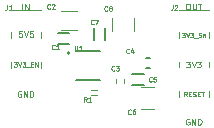
<source format=gbr>
G04 #@! TF.GenerationSoftware,KiCad,Pcbnew,(5.1.5)-3*
G04 #@! TF.CreationDate,2020-05-29T15:05:33+09:00*
G04 #@! TF.ProjectId,FMU3_Power_make,464d5533-5f50-46f7-9765-725f6d616b65,rev?*
G04 #@! TF.SameCoordinates,Original*
G04 #@! TF.FileFunction,Legend,Top*
G04 #@! TF.FilePolarity,Positive*
%FSLAX46Y46*%
G04 Gerber Fmt 4.6, Leading zero omitted, Abs format (unit mm)*
G04 Created by KiCad (PCBNEW (5.1.5)-3) date 2020-05-29 15:05:33*
%MOMM*%
%LPD*%
G04 APERTURE LIST*
%ADD10C,0.050000*%
%ADD11C,0.127000*%
%ADD12C,0.120000*%
%ADD13C,0.200000*%
G04 APERTURE END LIST*
D10*
X116970000Y-49566190D02*
X117065238Y-49566190D01*
X117112857Y-49590000D01*
X117160476Y-49637619D01*
X117184285Y-49732857D01*
X117184285Y-49899523D01*
X117160476Y-49994761D01*
X117112857Y-50042380D01*
X117065238Y-50066190D01*
X116970000Y-50066190D01*
X116922380Y-50042380D01*
X116874761Y-49994761D01*
X116850952Y-49899523D01*
X116850952Y-49732857D01*
X116874761Y-49637619D01*
X116922380Y-49590000D01*
X116970000Y-49566190D01*
X117398571Y-49566190D02*
X117398571Y-49970952D01*
X117422380Y-50018571D01*
X117446190Y-50042380D01*
X117493809Y-50066190D01*
X117589047Y-50066190D01*
X117636666Y-50042380D01*
X117660476Y-50018571D01*
X117684285Y-49970952D01*
X117684285Y-49566190D01*
X117850952Y-49566190D02*
X118136666Y-49566190D01*
X117993809Y-50066190D02*
X117993809Y-49566190D01*
X102988095Y-50076190D02*
X102988095Y-49576190D01*
X103226190Y-50076190D02*
X103226190Y-49576190D01*
X103511904Y-50076190D01*
X103511904Y-49576190D01*
X117119047Y-59340000D02*
X117071428Y-59316190D01*
X117000000Y-59316190D01*
X116928571Y-59340000D01*
X116880952Y-59387619D01*
X116857142Y-59435238D01*
X116833333Y-59530476D01*
X116833333Y-59601904D01*
X116857142Y-59697142D01*
X116880952Y-59744761D01*
X116928571Y-59792380D01*
X117000000Y-59816190D01*
X117047619Y-59816190D01*
X117119047Y-59792380D01*
X117142857Y-59768571D01*
X117142857Y-59601904D01*
X117047619Y-59601904D01*
X117357142Y-59816190D02*
X117357142Y-59316190D01*
X117642857Y-59816190D01*
X117642857Y-59316190D01*
X117880952Y-59816190D02*
X117880952Y-59316190D01*
X118000000Y-59316190D01*
X118071428Y-59340000D01*
X118119047Y-59387619D01*
X118142857Y-59435238D01*
X118166666Y-59530476D01*
X118166666Y-59601904D01*
X118142857Y-59697142D01*
X118119047Y-59744761D01*
X118071428Y-59792380D01*
X118000000Y-59816190D01*
X117880952Y-59816190D01*
X102869047Y-57000000D02*
X102821428Y-56976190D01*
X102750000Y-56976190D01*
X102678571Y-57000000D01*
X102630952Y-57047619D01*
X102607142Y-57095238D01*
X102583333Y-57190476D01*
X102583333Y-57261904D01*
X102607142Y-57357142D01*
X102630952Y-57404761D01*
X102678571Y-57452380D01*
X102750000Y-57476190D01*
X102797619Y-57476190D01*
X102869047Y-57452380D01*
X102892857Y-57428571D01*
X102892857Y-57261904D01*
X102797619Y-57261904D01*
X103107142Y-57476190D02*
X103107142Y-56976190D01*
X103392857Y-57476190D01*
X103392857Y-56976190D01*
X103630952Y-57476190D02*
X103630952Y-56976190D01*
X103750000Y-56976190D01*
X103821428Y-57000000D01*
X103869047Y-57047619D01*
X103892857Y-57095238D01*
X103916666Y-57190476D01*
X103916666Y-57261904D01*
X103892857Y-57357142D01*
X103869047Y-57404761D01*
X103821428Y-57452380D01*
X103750000Y-57476190D01*
X103630952Y-57476190D01*
X102281904Y-54520952D02*
X102529523Y-54520952D01*
X102396190Y-54673333D01*
X102453333Y-54673333D01*
X102491428Y-54692380D01*
X102510476Y-54711428D01*
X102529523Y-54749523D01*
X102529523Y-54844761D01*
X102510476Y-54882857D01*
X102491428Y-54901904D01*
X102453333Y-54920952D01*
X102339047Y-54920952D01*
X102300952Y-54901904D01*
X102281904Y-54882857D01*
X102643809Y-54520952D02*
X102777142Y-54920952D01*
X102910476Y-54520952D01*
X103005714Y-54520952D02*
X103253333Y-54520952D01*
X103120000Y-54673333D01*
X103177142Y-54673333D01*
X103215238Y-54692380D01*
X103234285Y-54711428D01*
X103253333Y-54749523D01*
X103253333Y-54844761D01*
X103234285Y-54882857D01*
X103215238Y-54901904D01*
X103177142Y-54920952D01*
X103062857Y-54920952D01*
X103024761Y-54901904D01*
X103005714Y-54882857D01*
X103329523Y-54959047D02*
X103634285Y-54959047D01*
X103729523Y-54711428D02*
X103862857Y-54711428D01*
X103920000Y-54920952D02*
X103729523Y-54920952D01*
X103729523Y-54520952D01*
X103920000Y-54520952D01*
X104091428Y-54920952D02*
X104091428Y-54520952D01*
X104320000Y-54920952D01*
X104320000Y-54520952D01*
X102966666Y-51896190D02*
X102728571Y-51896190D01*
X102704761Y-52134285D01*
X102728571Y-52110476D01*
X102776190Y-52086666D01*
X102895238Y-52086666D01*
X102942857Y-52110476D01*
X102966666Y-52134285D01*
X102990476Y-52181904D01*
X102990476Y-52300952D01*
X102966666Y-52348571D01*
X102942857Y-52372380D01*
X102895238Y-52396190D01*
X102776190Y-52396190D01*
X102728571Y-52372380D01*
X102704761Y-52348571D01*
X103133333Y-51896190D02*
X103300000Y-52396190D01*
X103466666Y-51896190D01*
X103871428Y-51896190D02*
X103633333Y-51896190D01*
X103609523Y-52134285D01*
X103633333Y-52110476D01*
X103680952Y-52086666D01*
X103800000Y-52086666D01*
X103847619Y-52110476D01*
X103871428Y-52134285D01*
X103895238Y-52181904D01*
X103895238Y-52300952D01*
X103871428Y-52348571D01*
X103847619Y-52372380D01*
X103800000Y-52396190D01*
X103680952Y-52396190D01*
X103633333Y-52372380D01*
X103609523Y-52348571D01*
X116919047Y-57430952D02*
X116785714Y-57240476D01*
X116690476Y-57430952D02*
X116690476Y-57030952D01*
X116842857Y-57030952D01*
X116880952Y-57050000D01*
X116900000Y-57069047D01*
X116919047Y-57107142D01*
X116919047Y-57164285D01*
X116900000Y-57202380D01*
X116880952Y-57221428D01*
X116842857Y-57240476D01*
X116690476Y-57240476D01*
X117090476Y-57221428D02*
X117223809Y-57221428D01*
X117280952Y-57430952D02*
X117090476Y-57430952D01*
X117090476Y-57030952D01*
X117280952Y-57030952D01*
X117433333Y-57411904D02*
X117490476Y-57430952D01*
X117585714Y-57430952D01*
X117623809Y-57411904D01*
X117642857Y-57392857D01*
X117661904Y-57354761D01*
X117661904Y-57316666D01*
X117642857Y-57278571D01*
X117623809Y-57259523D01*
X117585714Y-57240476D01*
X117509523Y-57221428D01*
X117471428Y-57202380D01*
X117452380Y-57183333D01*
X117433333Y-57145238D01*
X117433333Y-57107142D01*
X117452380Y-57069047D01*
X117471428Y-57050000D01*
X117509523Y-57030952D01*
X117604761Y-57030952D01*
X117661904Y-57050000D01*
X117833333Y-57221428D02*
X117966666Y-57221428D01*
X118023809Y-57430952D02*
X117833333Y-57430952D01*
X117833333Y-57030952D01*
X118023809Y-57030952D01*
X118138095Y-57030952D02*
X118366666Y-57030952D01*
X118252380Y-57430952D02*
X118252380Y-57030952D01*
X116880952Y-54476190D02*
X117190476Y-54476190D01*
X117023809Y-54666666D01*
X117095238Y-54666666D01*
X117142857Y-54690476D01*
X117166666Y-54714285D01*
X117190476Y-54761904D01*
X117190476Y-54880952D01*
X117166666Y-54928571D01*
X117142857Y-54952380D01*
X117095238Y-54976190D01*
X116952380Y-54976190D01*
X116904761Y-54952380D01*
X116880952Y-54928571D01*
X117333333Y-54476190D02*
X117500000Y-54976190D01*
X117666666Y-54476190D01*
X117785714Y-54476190D02*
X118095238Y-54476190D01*
X117928571Y-54666666D01*
X118000000Y-54666666D01*
X118047619Y-54690476D01*
X118071428Y-54714285D01*
X118095238Y-54761904D01*
X118095238Y-54880952D01*
X118071428Y-54928571D01*
X118047619Y-54952380D01*
X118000000Y-54976190D01*
X117857142Y-54976190D01*
X117809523Y-54952380D01*
X117785714Y-54928571D01*
X116480952Y-52030952D02*
X116728571Y-52030952D01*
X116595238Y-52183333D01*
X116652380Y-52183333D01*
X116690476Y-52202380D01*
X116709523Y-52221428D01*
X116728571Y-52259523D01*
X116728571Y-52354761D01*
X116709523Y-52392857D01*
X116690476Y-52411904D01*
X116652380Y-52430952D01*
X116538095Y-52430952D01*
X116500000Y-52411904D01*
X116480952Y-52392857D01*
X116842857Y-52030952D02*
X116976190Y-52430952D01*
X117109523Y-52030952D01*
X117204761Y-52030952D02*
X117452380Y-52030952D01*
X117319047Y-52183333D01*
X117376190Y-52183333D01*
X117414285Y-52202380D01*
X117433333Y-52221428D01*
X117452380Y-52259523D01*
X117452380Y-52354761D01*
X117433333Y-52392857D01*
X117414285Y-52411904D01*
X117376190Y-52430952D01*
X117261904Y-52430952D01*
X117223809Y-52411904D01*
X117204761Y-52392857D01*
X117528571Y-52469047D02*
X117833333Y-52469047D01*
X117909523Y-52411904D02*
X117966666Y-52430952D01*
X118061904Y-52430952D01*
X118100000Y-52411904D01*
X118119047Y-52392857D01*
X118138095Y-52354761D01*
X118138095Y-52316666D01*
X118119047Y-52278571D01*
X118100000Y-52259523D01*
X118061904Y-52240476D01*
X117985714Y-52221428D01*
X117947619Y-52202380D01*
X117928571Y-52183333D01*
X117909523Y-52145238D01*
X117909523Y-52107142D01*
X117928571Y-52069047D01*
X117947619Y-52050000D01*
X117985714Y-52030952D01*
X118080952Y-52030952D01*
X118138095Y-52050000D01*
X118309523Y-52164285D02*
X118309523Y-52430952D01*
X118309523Y-52202380D02*
X118328571Y-52183333D01*
X118366666Y-52164285D01*
X118423809Y-52164285D01*
X118461904Y-52183333D01*
X118480952Y-52221428D01*
X118480952Y-52430952D01*
D11*
X109990000Y-52640000D02*
X109990000Y-51640000D01*
X109030000Y-51640000D02*
X109030000Y-52640000D01*
D10*
X109340000Y-57280000D02*
X108840000Y-57280000D01*
X108840000Y-56880000D02*
X109340000Y-56880000D01*
D11*
X113310000Y-55500000D02*
X112310000Y-55500000D01*
X112310000Y-56460000D02*
X113310000Y-56460000D01*
D12*
X118780000Y-54470000D02*
X118780000Y-54970000D01*
X116280000Y-51970000D02*
X116280000Y-52470000D01*
X116280000Y-50120000D02*
X118780000Y-50120000D01*
X116280000Y-54470000D02*
X116280000Y-54970000D01*
X118780000Y-56970000D02*
X118780000Y-57470000D01*
X116280000Y-56970000D02*
X116280000Y-57470000D01*
X118780000Y-51970000D02*
X118780000Y-52470000D01*
D11*
X105980000Y-52990000D02*
X106980000Y-52990000D01*
X106980000Y-52030000D02*
X105980000Y-52030000D01*
D12*
X106260000Y-51780000D02*
X107585000Y-51780000D01*
X106285000Y-50180000D02*
X107585000Y-50180000D01*
X110900000Y-55910000D02*
X110900000Y-56310000D01*
X111600000Y-55910000D02*
X111600000Y-56310000D01*
D11*
X113490000Y-55040000D02*
X113790000Y-55040000D01*
X113490000Y-54140000D02*
X113790000Y-54140000D01*
D12*
X113070000Y-56660000D02*
X114170000Y-56660000D01*
X114170000Y-58460000D02*
X113070000Y-58460000D01*
X112400000Y-50800000D02*
X112400000Y-51900000D01*
X110600000Y-51900000D02*
X110600000Y-50800000D01*
X104530000Y-54490000D02*
X104530000Y-54990000D01*
X102030000Y-51990000D02*
X102030000Y-52490000D01*
X102030000Y-50140000D02*
X104530000Y-50140000D01*
X102030000Y-54490000D02*
X102030000Y-54990000D01*
X104530000Y-51990000D02*
X104530000Y-52490000D01*
D13*
X107000000Y-53760000D02*
G75*
G03X107000000Y-53760000I-100000J0D01*
G01*
D11*
X109580000Y-56010000D02*
X107520000Y-56010000D01*
X107520000Y-53610000D02*
X109580000Y-53610000D01*
D10*
X109018333Y-51282857D02*
X108999285Y-51301904D01*
X108942142Y-51320952D01*
X108904047Y-51320952D01*
X108846904Y-51301904D01*
X108808809Y-51263809D01*
X108789761Y-51225714D01*
X108770714Y-51149523D01*
X108770714Y-51092380D01*
X108789761Y-51016190D01*
X108808809Y-50978095D01*
X108846904Y-50940000D01*
X108904047Y-50920952D01*
X108942142Y-50920952D01*
X108999285Y-50940000D01*
X109018333Y-50959047D01*
X109151666Y-50920952D02*
X109418333Y-50920952D01*
X109246904Y-51320952D01*
X108433333Y-57870952D02*
X108300000Y-57680476D01*
X108204761Y-57870952D02*
X108204761Y-57470952D01*
X108357142Y-57470952D01*
X108395238Y-57490000D01*
X108414285Y-57509047D01*
X108433333Y-57547142D01*
X108433333Y-57604285D01*
X108414285Y-57642380D01*
X108395238Y-57661428D01*
X108357142Y-57680476D01*
X108204761Y-57680476D01*
X108814285Y-57870952D02*
X108585714Y-57870952D01*
X108700000Y-57870952D02*
X108700000Y-57470952D01*
X108661904Y-57528095D01*
X108623809Y-57566190D01*
X108585714Y-57585238D01*
X113933333Y-56142857D02*
X113914285Y-56161904D01*
X113857142Y-56180952D01*
X113819047Y-56180952D01*
X113761904Y-56161904D01*
X113723809Y-56123809D01*
X113704761Y-56085714D01*
X113685714Y-56009523D01*
X113685714Y-55952380D01*
X113704761Y-55876190D01*
X113723809Y-55838095D01*
X113761904Y-55800000D01*
X113819047Y-55780952D01*
X113857142Y-55780952D01*
X113914285Y-55800000D01*
X113933333Y-55819047D01*
X114295238Y-55780952D02*
X114104761Y-55780952D01*
X114085714Y-55971428D01*
X114104761Y-55952380D01*
X114142857Y-55933333D01*
X114238095Y-55933333D01*
X114276190Y-55952380D01*
X114295238Y-55971428D01*
X114314285Y-56009523D01*
X114314285Y-56104761D01*
X114295238Y-56142857D01*
X114276190Y-56161904D01*
X114238095Y-56180952D01*
X114142857Y-56180952D01*
X114104761Y-56161904D01*
X114085714Y-56142857D01*
X115716666Y-49690952D02*
X115716666Y-49976666D01*
X115697619Y-50033809D01*
X115659523Y-50071904D01*
X115602380Y-50090952D01*
X115564285Y-50090952D01*
X115888095Y-49729047D02*
X115907142Y-49710000D01*
X115945238Y-49690952D01*
X116040476Y-49690952D01*
X116078571Y-49710000D01*
X116097619Y-49729047D01*
X116116666Y-49767142D01*
X116116666Y-49805238D01*
X116097619Y-49862380D01*
X115869047Y-50090952D01*
X116116666Y-50090952D01*
X105713333Y-53392857D02*
X105694285Y-53411904D01*
X105637142Y-53430952D01*
X105599047Y-53430952D01*
X105541904Y-53411904D01*
X105503809Y-53373809D01*
X105484761Y-53335714D01*
X105465714Y-53259523D01*
X105465714Y-53202380D01*
X105484761Y-53126190D01*
X105503809Y-53088095D01*
X105541904Y-53050000D01*
X105599047Y-53030952D01*
X105637142Y-53030952D01*
X105694285Y-53050000D01*
X105713333Y-53069047D01*
X106094285Y-53430952D02*
X105865714Y-53430952D01*
X105980000Y-53430952D02*
X105980000Y-53030952D01*
X105941904Y-53088095D01*
X105903809Y-53126190D01*
X105865714Y-53145238D01*
X105343333Y-49972857D02*
X105324285Y-49991904D01*
X105267142Y-50010952D01*
X105229047Y-50010952D01*
X105171904Y-49991904D01*
X105133809Y-49953809D01*
X105114761Y-49915714D01*
X105095714Y-49839523D01*
X105095714Y-49782380D01*
X105114761Y-49706190D01*
X105133809Y-49668095D01*
X105171904Y-49630000D01*
X105229047Y-49610952D01*
X105267142Y-49610952D01*
X105324285Y-49630000D01*
X105343333Y-49649047D01*
X105495714Y-49649047D02*
X105514761Y-49630000D01*
X105552857Y-49610952D01*
X105648095Y-49610952D01*
X105686190Y-49630000D01*
X105705238Y-49649047D01*
X105724285Y-49687142D01*
X105724285Y-49725238D01*
X105705238Y-49782380D01*
X105476666Y-50010952D01*
X105724285Y-50010952D01*
X110783333Y-55202857D02*
X110764285Y-55221904D01*
X110707142Y-55240952D01*
X110669047Y-55240952D01*
X110611904Y-55221904D01*
X110573809Y-55183809D01*
X110554761Y-55145714D01*
X110535714Y-55069523D01*
X110535714Y-55012380D01*
X110554761Y-54936190D01*
X110573809Y-54898095D01*
X110611904Y-54860000D01*
X110669047Y-54840952D01*
X110707142Y-54840952D01*
X110764285Y-54860000D01*
X110783333Y-54879047D01*
X110916666Y-54840952D02*
X111164285Y-54840952D01*
X111030952Y-54993333D01*
X111088095Y-54993333D01*
X111126190Y-55012380D01*
X111145238Y-55031428D01*
X111164285Y-55069523D01*
X111164285Y-55164761D01*
X111145238Y-55202857D01*
X111126190Y-55221904D01*
X111088095Y-55240952D01*
X110973809Y-55240952D01*
X110935714Y-55221904D01*
X110916666Y-55202857D01*
X112023333Y-53732857D02*
X112004285Y-53751904D01*
X111947142Y-53770952D01*
X111909047Y-53770952D01*
X111851904Y-53751904D01*
X111813809Y-53713809D01*
X111794761Y-53675714D01*
X111775714Y-53599523D01*
X111775714Y-53542380D01*
X111794761Y-53466190D01*
X111813809Y-53428095D01*
X111851904Y-53390000D01*
X111909047Y-53370952D01*
X111947142Y-53370952D01*
X112004285Y-53390000D01*
X112023333Y-53409047D01*
X112366190Y-53504285D02*
X112366190Y-53770952D01*
X112270952Y-53351904D02*
X112175714Y-53637619D01*
X112423333Y-53637619D01*
X112183333Y-58892857D02*
X112164285Y-58911904D01*
X112107142Y-58930952D01*
X112069047Y-58930952D01*
X112011904Y-58911904D01*
X111973809Y-58873809D01*
X111954761Y-58835714D01*
X111935714Y-58759523D01*
X111935714Y-58702380D01*
X111954761Y-58626190D01*
X111973809Y-58588095D01*
X112011904Y-58550000D01*
X112069047Y-58530952D01*
X112107142Y-58530952D01*
X112164285Y-58550000D01*
X112183333Y-58569047D01*
X112526190Y-58530952D02*
X112450000Y-58530952D01*
X112411904Y-58550000D01*
X112392857Y-58569047D01*
X112354761Y-58626190D01*
X112335714Y-58702380D01*
X112335714Y-58854761D01*
X112354761Y-58892857D01*
X112373809Y-58911904D01*
X112411904Y-58930952D01*
X112488095Y-58930952D01*
X112526190Y-58911904D01*
X112545238Y-58892857D01*
X112564285Y-58854761D01*
X112564285Y-58759523D01*
X112545238Y-58721428D01*
X112526190Y-58702380D01*
X112488095Y-58683333D01*
X112411904Y-58683333D01*
X112373809Y-58702380D01*
X112354761Y-58721428D01*
X112335714Y-58759523D01*
X110183333Y-50142857D02*
X110164285Y-50161904D01*
X110107142Y-50180952D01*
X110069047Y-50180952D01*
X110011904Y-50161904D01*
X109973809Y-50123809D01*
X109954761Y-50085714D01*
X109935714Y-50009523D01*
X109935714Y-49952380D01*
X109954761Y-49876190D01*
X109973809Y-49838095D01*
X110011904Y-49800000D01*
X110069047Y-49780952D01*
X110107142Y-49780952D01*
X110164285Y-49800000D01*
X110183333Y-49819047D01*
X110411904Y-49952380D02*
X110373809Y-49933333D01*
X110354761Y-49914285D01*
X110335714Y-49876190D01*
X110335714Y-49857142D01*
X110354761Y-49819047D01*
X110373809Y-49800000D01*
X110411904Y-49780952D01*
X110488095Y-49780952D01*
X110526190Y-49800000D01*
X110545238Y-49819047D01*
X110564285Y-49857142D01*
X110564285Y-49876190D01*
X110545238Y-49914285D01*
X110526190Y-49933333D01*
X110488095Y-49952380D01*
X110411904Y-49952380D01*
X110373809Y-49971428D01*
X110354761Y-49990476D01*
X110335714Y-50028571D01*
X110335714Y-50104761D01*
X110354761Y-50142857D01*
X110373809Y-50161904D01*
X110411904Y-50180952D01*
X110488095Y-50180952D01*
X110526190Y-50161904D01*
X110545238Y-50142857D01*
X110564285Y-50104761D01*
X110564285Y-50028571D01*
X110545238Y-49990476D01*
X110526190Y-49971428D01*
X110488095Y-49952380D01*
X101706666Y-49670952D02*
X101706666Y-49956666D01*
X101687619Y-50013809D01*
X101649523Y-50051904D01*
X101592380Y-50070952D01*
X101554285Y-50070952D01*
X102106666Y-50070952D02*
X101878095Y-50070952D01*
X101992380Y-50070952D02*
X101992380Y-49670952D01*
X101954285Y-49728095D01*
X101916190Y-49766190D01*
X101878095Y-49785238D01*
X107415238Y-53130952D02*
X107415238Y-53454761D01*
X107434285Y-53492857D01*
X107453333Y-53511904D01*
X107491428Y-53530952D01*
X107567619Y-53530952D01*
X107605714Y-53511904D01*
X107624761Y-53492857D01*
X107643809Y-53454761D01*
X107643809Y-53130952D01*
X108043809Y-53530952D02*
X107815238Y-53530952D01*
X107929523Y-53530952D02*
X107929523Y-53130952D01*
X107891428Y-53188095D01*
X107853333Y-53226190D01*
X107815238Y-53245238D01*
M02*

</source>
